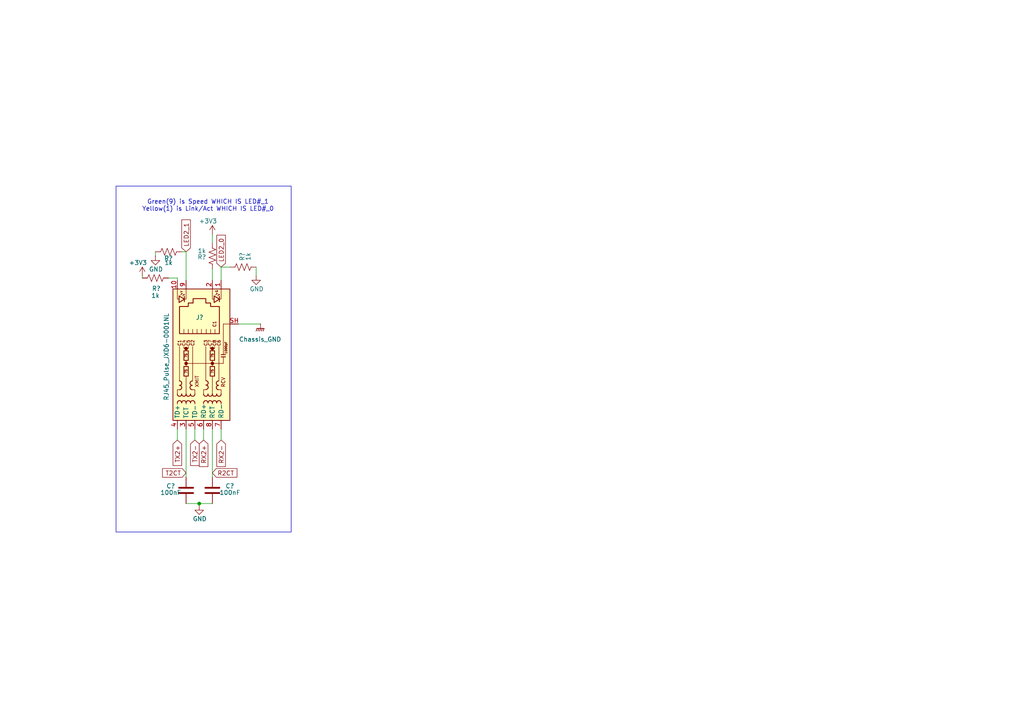
<source format=kicad_sch>
(kicad_sch (version 20250114) (generator "eeschema") (generator_version "9.0")
  (paper "A4")
  (title_block (date "2025-04-01") (rev "1") (company "Bronco Space") (comment 1 "SCALES") (comment 2 "By John Pollak"))
  (lib_symbols
    (symbol "Connector:RJ45_Pulse_JXD6-0001NL"
      (property "Reference" "J" (at 17.78 10.16 0))
      (property "Value" "RJ45_Pulse_JXD6-0001NL" (at -6.35 10.16 0))
      (symbol "RJ45_Pulse_JXD6-0001NL_0_0"
        (circle (center -1.27 5.08) (radius 0.0001) (stroke (width 0.508)))
        (polyline (pts (xy -1.27 5.08) (xy -1.27 -5.715)))
        (circle (center -1.27 -2.54) (radius 0.0001) (stroke (width 0.508)))
        (polyline (pts (xy 0.635 -5.08) (xy 0.635 -6.35)) (stroke (width 0.254)))
        (polyline (pts (xy 1.27 -5.08) (xy 1.27 -6.35)) (stroke (width 0.254)))
        (polyline (pts (xy 3.048 5.08) (xy 2.54 5.08)))
        (circle (center 3.048 5.08) (radius 0.0001) (stroke (width 0.508)))
        (polyline (pts (xy 3.048 -2.54) (xy 2.54 -2.54)))
        (circle (center 3.048 -2.54) (radius 0.0001) (stroke (width 0.508)))
        (polyline (pts (xy 3.683 5.715) (xy 3.048 5.715) (xy 3.048 4.445) (xy 3.683 4.445)))
        (polyline (pts (xy 3.683 -1.905) (xy 3.048 -1.905) (xy 3.048 -3.175) (xy 3.683 -3.175)))
        (polyline (pts (xy 17.399 7.112) (xy 17.399 7.62) (xy 20.32 7.62)))
        (polyline (pts (xy 17.399 -3.048) (xy 17.399 -2.54) (xy 20.32 -2.54)))
        (polyline (pts (xy 20.32 5.08) (xy 17.399 5.08) (xy 17.399 5.588)))
        (polyline (pts (xy 20.32 -5.08) (xy 17.399 -5.08) (xy 17.399 -4.572)))
        (text "XMIT" (at -8.255 1.905 0) (effects (font (size 1.016 1.016)) (justify left)))
        (text "RCV" (at -8.255 -5.715 0) (effects (font (size 1.016 1.016)) (justify left)))
        (text "C1" (at 4.699 6.985 0) (effects (font (size 0.889 0.889))))
        (text "C4" (at 4.699 5.715 0) (effects (font (size 0.889 0.889))))
        (text "C5" (at 4.699 4.445 0) (effects (font (size 0.889 0.889))))
        (text "C2" (at 4.699 3.175 0) (effects (font (size 0.889 0.889))))
        (text "C3" (at 4.699 -0.635 0) (effects (font (size 0.889 0.889))))
        (text "C7" (at 4.699 -1.905 0) (effects (font (size 0.889 0.889))))
        (text "C8" (at 4.699 -3.175 0) (effects (font (size 0.889 0.889))))
        (text "C6" (at 4.699 -4.445 0) (effects (font (size 0.889 0.889))))
        (text "C1" (at 10.16 -3.175 0) (effects (font (size 0.889 0.889))))
      )
      (symbol "RJ45_Pulse_JXD6-0001NL_0_1"
        (rectangle (start -17.78 8.89) (end 20.32 -7.62) (stroke (width 0.254)) (fill (type background)))
        (polyline (pts (xy -12.7 7.62) (xy -13.081 7.62)))
        (polyline (pts (xy -12.7 5.08) (xy -13.081 5.08)))
        (polyline (pts (xy -12.7 2.54) (xy -13.081 2.54)))
        (polyline (pts (xy -12.7 0) (xy -13.081 0)))
        (polyline (pts (xy -12.7 -2.54) (xy -13.081 -2.54)))
        (polyline (pts (xy -12.7 -5.08) (xy -13.081 -5.08)))
        (polyline (pts (xy -10.16 7.62) (xy -8.89 7.62) (xy -8.89 6.985)))
        (polyline (pts (xy -10.16 0) (xy -8.89 0) (xy -8.89 -0.635)))
        (polyline (pts (xy -8.89 3.175) (xy -8.89 2.54) (xy -10.16 2.54)))
        (polyline (pts (xy -8.89 -4.445) (xy -8.89 -5.08) (xy -10.16 -5.08)))
        (polyline (pts (xy -6.35 6.985) (xy 3.683 6.985)))
        (polyline (pts (xy -6.35 3.175) (xy 3.683 3.175)))
        (polyline (pts (xy -6.35 -4.445) (xy 3.683 -4.445)))
        (polyline (pts (xy -6.223 -0.635) (xy 3.683 -0.635)))
        (polyline (pts (xy -5.08 -2.54) (xy -10.16 -2.54)))
        (polyline (pts (xy -4.953 5.08) (xy -10.16 5.08)))
        (polyline (pts (xy -2.159 5.08) (xy -0.381 5.08)))
        (polyline (pts (xy -2.159 -2.54) (xy -0.381 -2.54)))
        (polyline (pts (xy 0.635 -5.715) (xy -1.27 -5.715)))
        (polyline (pts (xy 7.366 3.175) (xy 8.636 3.175)))
        (polyline (pts (xy 7.366 1.905) (xy 8.636 1.905)))
        (polyline (pts (xy 7.366 0.635) (xy 8.636 0.635)))
        (polyline (pts (xy 7.366 -0.762) (xy 8.636 -0.762)))
        (polyline (pts (xy 7.366 -2.032) (xy 8.636 -2.032)))
        (polyline (pts (xy 8.636 5.715) (xy 7.366 5.715)))
        (polyline (pts (xy 8.636 4.445) (xy 7.366 4.445)))
        (polyline (pts (xy 8.636 -3.302) (xy 7.366 -3.302)))
        (polyline (pts (xy 10.16 -5.715) (xy 1.27 -5.715)))
        (polyline (pts (xy 10.16 -5.715) (xy 10.16 -7.62)))
      )
      (symbol "RJ45_Pulse_JXD6-0001NL_1_0"
        (text "1000pF" (at 3.302 -6.477 0) (effects (font (size 0.635 0.635))))
      )
      (symbol "RJ45_Pulse_JXD6-0001NL_1_1"
        (arc (start -12.7 0) (mid -12.0677 -0.635) (end -12.7 -1.27) (stroke (width 0.254)))
        (arc (start -12.6973 7.62) (mid -12.065 6.985) (end -12.6973 6.35) (stroke (width 0.254)))
        (arc (start -12.6973 -1.27) (mid -12.065 -1.905) (end -12.6973 -2.54) (stroke (width 0.254)))
        (arc (start -12.6973 -2.54) (mid -12.065 -3.175) (end -12.6973 -3.81) (stroke (width 0.254)))
        (arc (start -12.6973 -3.81) (mid -12.065 -4.445) (end -12.6973 -5.08) (stroke (width 0.254)))
        (arc (start -12.6946 6.35) (mid -12.0623 5.715) (end -12.6946 5.08) (stroke (width 0.254)))
        (arc (start -12.6946 5.08) (mid -12.0623 4.445) (end -12.6946 3.81) (stroke (width 0.254)))
        (arc (start -12.6946 3.81) (mid -12.0623 3.175) (end -12.6946 2.54) (stroke (width 0.254)))
        (arc (start -10.1654 6.35) (mid -10.7977 6.985) (end -10.1654 7.62) (stroke (width 0.254)))
        (arc (start -10.1654 5.08) (mid -10.7977 5.715) (end -10.1654 6.35) (stroke (width 0.254)))
        (arc (start -10.1654 3.81) (mid -10.7977 4.445) (end -10.1654 5.08) (stroke (width 0.254)))
        (arc (start -10.1654 -1.27) (mid -10.7977 -0.635) (end -10.1654 0) (stroke (width 0.254)))
        (arc (start -10.1654 -2.54) (mid -10.7977 -1.905) (end -10.1654 -1.27) (stroke (width 0.254)))
        (arc (start -10.1654 -3.81) (mid -10.7977 -3.175) (end -10.1654 -2.54) (stroke (width 0.254)))
        (arc (start -10.1627 2.54) (mid -10.795 3.175) (end -10.1627 3.81) (stroke (width 0.254)))
        (arc (start -10.1627 -5.08) (mid -10.795 -4.445) (end -10.1627 -3.81) (stroke (width 0.254)))
        (arc (start -7.62 6.9823) (mid -8.255 6.35) (end -8.89 6.9823) (stroke (width 0.254)))
        (arc (start -8.89 3.3047) (mid -8.255 3.937) (end -7.62 3.3047) (stroke (width 0.254)))
        (arc (start -8.89 -4.3153) (mid -8.255 -3.683) (end -7.62 -4.3153) (stroke (width 0.254)))
        (arc (start -7.5565 -0.7012) (mid -8.1915 -1.3335) (end -8.8265 -0.7012) (stroke (width 0.254)))
        (arc (start -6.35 6.985) (mid -6.985 6.3527) (end -7.62 6.985) (stroke (width 0.254)))
        (arc (start -7.62 3.3074) (mid -6.985 3.9397) (end -6.35 3.3074) (stroke (width 0.254)))
        (arc (start -7.62 -4.3126) (mid -6.985 -3.6803) (end -6.35 -4.3126) (stroke (width 0.254)))
        (arc (start -6.2865 -0.6985) (mid -6.9215 -1.3308) (end -7.5565 -0.6985) (stroke (width 0.254)))
        (rectangle (start -4.953 5.715) (end -2.159 4.445) (stroke (width 0.254)))
        (rectangle (start -4.953 -1.905) (end -2.159 -3.175) (stroke (width 0.254)))
        (rectangle (start -0.381 5.715) (end 2.413 4.445) (stroke (width 0.254)))
        (rectangle (start -0.381 -1.905) (end 2.413 -3.175) (stroke (width 0.254)))
        (polyline (pts (xy 7.366 -4.572) (xy 7.366 6.985) (xy 15.24 6.985) (xy 15.24 4.445) (xy 16.256 4.445) (xy 16.256 3.048) (xy 17.526 3.048) (xy 17.526 -0.635) (xy 16.256 -0.635) (xy 16.256 -2.032) (xy 15.24 -2.032) (xy 15.24 -4.572) (xy 7.366 -4.572)) (stroke (width 0.254)))
        (polyline (pts (xy 18.161 5.588) (xy 16.637 5.588)) (stroke (width 0.254)))
        (polyline (pts (xy 18.161 -4.572) (xy 16.637 -4.572)) (stroke (width 0.254)))
        (polyline (pts (xy 18.288 7.112) (xy 16.383 7.112) (xy 17.399 5.588) (xy 18.288 7.112)) (stroke (width 0.254)))
        (polyline (pts (xy 18.288 6.096) (xy 18.796 5.588) (xy 18.542 5.588)))
        (polyline (pts (xy 18.288 -3.048) (xy 16.383 -3.048) (xy 17.399 -4.572) (xy 18.288 -3.048)) (stroke (width 0.254)))
        (polyline (pts (xy 18.288 -4.064) (xy 18.796 -4.572) (xy 18.542 -4.572)))
        (polyline (pts (xy 18.542 6.731) (xy 19.05 6.223) (xy 18.796 6.223)))
        (polyline (pts (xy 18.542 -3.429) (xy 19.05 -3.937) (xy 18.796 -3.937)))
        (polyline (pts (xy 18.796 5.588) (xy 18.796 5.842)))
        (polyline (pts (xy 18.796 -4.572) (xy 18.796 -4.318)))
        (polyline (pts (xy 19.05 6.223) (xy 19.05 6.477)))
        (polyline (pts (xy 19.05 -3.937) (xy 19.05 -3.683)))
        (text "75" (at -3.556 5.08 0) (effects (font (size 0.635 0.635))))
        (text "75" (at -3.556 -2.54 0) (effects (font (size 0.635 0.635))))
        (text "75" (at 1.016 5.08 0) (effects (font (size 0.635 0.635))))
        (text "75" (at 1.016 -2.54 0) (effects (font (size 0.635 0.635))))
        (text "Y" (at 19.558 6.35 0) (effects (font (size 0.635 0.635))))
        (text "G" (at 19.685 -3.81 0) (effects (font (size 0.635 0.635))))
        (pin passive line (at -20.32 7.62 0) (length 2.54) (name "TD+") (number "4"))
        (pin passive line (at -20.32 5.08 0) (length 2.54) (name "TCT") (number "3"))
        (pin passive line (at -20.32 2.54 0) (length 2.54) (name "TD-") (number "5"))
        (pin passive line (at -20.32 0 0) (length 2.54) (name "RD+") (number "6"))
        (pin passive line (at -20.32 -2.54 0) (length 2.54) (name "RCT") (number "8"))
        (pin passive line (at -20.32 -5.08 0) (length 2.54) (name "RD-") (number "7"))
        (pin power_in line (at 10.16 -10.16 90) (length 2.54) (name "") (number "SH"))
        (pin passive line (at 22.86 7.62 180) (length 2.54) (name "") (number "10"))
        (pin passive line (at 22.86 5.08 180) (length 2.54) (name "") (number "9"))
        (pin passive line (at 22.86 -2.54 180) (length 2.54) (name "") (number "2"))
        (pin passive line (at 22.86 -5.08 180) (length 2.54) (name "") (number "1"))
      )
    )
    (symbol "Device:C" (pin_numbers (hide yes)) (pin_names (offset 0.254))
      (property "Reference" "C" (at 0.635 2.54 0))
      (property "Value" "C" (at 0.635 -2.54 0))
      (symbol "C_0_1"
        (polyline (pts (xy -2.032 0.762) (xy 2.032 0.762)) (stroke (width 0.508)))
        (polyline (pts (xy -2.032 -0.762) (xy 2.032 -0.762)) (stroke (width 0.508)))
      )
      (symbol "C_1_1"
        (pin passive line (at 0 3.81 270) (length 2.794) (name "~") (number "1"))
        (pin passive line (at 0 -3.81 90) (length 2.794) (name "~") (number "2"))
      )
    )
    (symbol "Device:R_US" (pin_numbers (hide yes)) (pin_names (offset 0))
      (property "Reference" "R" (at 2.54 0 90))
      (property "Value" "R_US" (at -2.54 0 90))
      (symbol "R_US_0_1"
        (polyline (pts (xy 0 2.286) (xy 0 2.54)))
        (polyline (pts (xy 0 2.286) (xy 1.016 1.905) (xy 0 1.524) (xy -1.016 1.143) (xy 0 0.762)))
        (polyline (pts (xy 0 0.762) (xy 1.016 0.381) (xy 0 0) (xy -1.016 -0.381) (xy 0 -0.762)))
        (polyline (pts (xy 0 -0.762) (xy 1.016 -1.143) (xy 0 -1.524) (xy -1.016 -1.905) (xy 0 -2.286)))
        (polyline (pts (xy 0 -2.286) (xy 0 -2.54)))
      )
      (symbol "R_US_1_1"
        (pin passive line (at 0 3.81 270) (length 1.27) (name "~") (number "1"))
        (pin passive line (at 0 -3.81 90) (length 1.27) (name "~") (number "2"))
      )
    )
    (symbol "power:+3V3" (power) (pin_numbers (hide yes)) (pin_names (offset 0) (hide yes))
      (property "Value" "+3V3" (at 0 3.556 0))
      (symbol "+3V3_0_1"
        (polyline (pts (xy -0.762 1.27) (xy 0 2.54)))
        (polyline (pts (xy 0 2.54) (xy 0.762 1.27)))
        (polyline (pts (xy 0 0) (xy 0 2.54)))
      )
      (symbol "+3V3_1_1"
        (pin power_in line (at 0 0 90) (length 0) (name "~") (number "1"))
      )
    )
    (symbol "power:GND" (power) (pin_numbers (hide yes)) (pin_names (offset 0) (hide yes))
      (property "Value" "GND" (at 0 -3.81 0))
      (symbol "GND_0_1"
        (polyline (pts (xy 0 0) (xy 0 -1.27) (xy 1.27 -1.27) (xy 0 -2.54) (xy -1.27 -1.27) (xy 0 -1.27)))
      )
      (symbol "GND_1_1"
        (pin power_in line (at 0 0 270) (length 0) (name "~") (number "1"))
      )
    )
    (symbol "power:GNDPWR" (power) (pin_numbers (hide yes)) (pin_names (offset 0) (hide yes))
      (property "Value" "GNDPWR" (at 0 -3.302 0))
      (symbol "GNDPWR_0_1"
        (polyline (pts (xy -1.016 -1.27) (xy -1.27 -2.032) (xy -1.27 -2.032)) (stroke (width 0.2032)))
        (polyline (pts (xy -0.508 -1.27) (xy -0.762 -2.032) (xy -0.762 -2.032)) (stroke (width 0.2032)))
        (polyline (pts (xy 0 -1.27) (xy 0 0)))
        (polyline (pts (xy 0 -1.27) (xy -0.254 -2.032) (xy -0.254 -2.032)) (stroke (width 0.2032)))
        (polyline (pts (xy 0.508 -1.27) (xy 0.254 -2.032) (xy 0.254 -2.032)) (stroke (width 0.2032)))
        (polyline (pts (xy 1.016 -1.27) (xy -1.016 -1.27) (xy -1.016 -1.27)) (stroke (width 0.2032)))
        (polyline (pts (xy 1.016 -1.27) (xy 0.762 -2.032) (xy 0.762 -2.032) (xy 0.762 -2.032)) (stroke (width 0.2032)))
      )
      (symbol "GNDPWR_1_1"
        (pin power_in line (at 0 0 270) (length 0) (name "~") (number "1"))
      )
    )
  )
  (rectangle (start 33.655 53.975) (end 84.455 154.305))
  (text "Green(9) is Speed WHICH IS LED#_1\nYellow(1) is Link/Act WHICH IS LED#_0\n" (at 60.325 59.69 0) (effects (font (size 1.27 1.27))))
  (junction (at 57.785 146.05))
  (wire (pts (xy 56.515 127.635) (xy 56.515 124.46)))
  (wire (pts (xy 41.275 80.01) (xy 41.275 80.645)))
  (wire (pts (xy 45.085 73.025) (xy 45.085 74.295)))
  (wire (pts (xy 61.595 124.46) (xy 61.595 138.43)))
  (wire (pts (xy 64.135 77.47) (xy 66.675 77.47)))
  (wire (pts (xy 53.975 146.05) (xy 57.785 146.05)))
  (wire (pts (xy 51.435 80.645) (xy 51.435 81.28)))
  (wire (pts (xy 51.435 127.635) (xy 51.435 124.46)))
  (wire (pts (xy 74.295 77.47) (xy 74.295 80.01)))
  (wire (pts (xy 53.975 73.025) (xy 53.975 81.28)))
  (wire (pts (xy 59.055 127.635) (xy 59.055 124.46)))
  (wire (pts (xy 52.705 73.025) (xy 53.975 73.025)))
  (wire (pts (xy 48.895 80.645) (xy 51.435 80.645)))
  (wire (pts (xy 69.215 93.98) (xy 75.565 93.98)))
  (wire (pts (xy 61.595 67.945) (xy 61.595 70.485)))
  (wire (pts (xy 57.785 146.05) (xy 61.595 146.05)))
  (wire (pts (xy 64.135 81.28) (xy 64.135 77.47)))
  (wire (pts (xy 57.785 146.05) (xy 57.785 146.685)))
  (wire (pts (xy 64.135 127.635) (xy 64.135 124.46)))
  (wire (pts (xy 61.595 78.105) (xy 61.595 81.28)))
  (wire (pts (xy 53.975 124.46) (xy 53.975 138.43)))
  (global_label "T2CT" (shape input) (at 53.975 137.16 180) (property "Intersheetrefs" "${INTERSHEET_REFS}" (effects (hide yes))))
  (global_label "LED2_0" (shape input) (at 64.135 77.47 90) (property "Intersheetrefs" "${INTERSHEET_REFS}" (effects (hide yes))))
  (global_label "TX2-" (shape input) (at 56.515 127.635 270) (property "Intersheetrefs" "${INTERSHEET_REFS}" (effects (hide yes))) (property "Netclass" "DP_100R_MID" (effects (hide yes))))
  (global_label "LED2_1" (shape input) (at 53.975 73.025 90) (property "Intersheetrefs" "${INTERSHEET_REFS}" (effects (hide yes))))
  (global_label "R2CT" (shape input) (at 61.595 137.16 0) (property "Intersheetrefs" "${INTERSHEET_REFS}" (effects (hide yes))))
  (global_label "TX2+" (shape input) (at 51.435 127.635 270) (property "Intersheetrefs" "${INTERSHEET_REFS}" (effects (hide yes))) (property "Netclass" "DP_100R_MID" (effects (hide yes))))
  (global_label "RX2+" (shape input) (at 59.055 127.635 270) (property "Intersheetrefs" "${INTERSHEET_REFS}" (effects (hide yes))) (property "Netclass" "DP_100R_MID" (effects (hide yes))))
  (global_label "RX2-" (shape input) (at 64.135 127.635 270) (property "Intersheetrefs" "${INTERSHEET_REFS}" (effects (hide yes))) (property "Netclass" "DP_100R_MID" (effects (hide yes))))
  (symbol (lib_id "power:GND") (at 57.785 146.685 0) (unit 1)
    (property "Reference" "#PWR?" (effects (hide yes)))
    (property "Value" "GND" (at 55.88 150.495 0) (effects (justify left)))
    (property "Description" "Power symbol creates a global label with name \"GND\" , ground" (effects (hide yes)))
  )
  (symbol (lib_id "Device:R_US") (at 48.895 73.025 270) (unit 1)
    (property "Reference" "R?" (at 48.895 74.93 90))
    (property "Value" "1k" (at 48.895 76.2 90))
    (property "Footprint" "Resistor_SMD:R_0603_1608Metric" (effects (hide yes)))
    (property "Description" "Resistor, US symbol" (effects (hide yes)))
  )
  (symbol (lib_id "power:GNDPWR") (at 75.565 93.98 0) (unit 1)
    (property "Reference" "#PWR?" (effects (hide yes)))
    (property "Value" "Chassis_GND" (at 75.438 98.425 0))
    (property "Description" "Power symbol creates a global label with name \"GNDPWR\" , global ground" (effects (hide yes)))
  )
  (symbol (lib_id "power:GND") (at 74.295 80.01 0) (unit 1)
    (property "Reference" "#PWR?" (effects (hide yes)))
    (property "Value" "GND" (at 72.39 83.82 0) (effects (justify left)))
    (property "Description" "Power symbol creates a global label with name \"GND\" , ground" (effects (hide yes)))
  )
  (symbol (lib_id "Device:R_US") (at 45.085 80.645 270) (unit 1)
    (property "Reference" "R?" (at 45.339 83.693 90))
    (property "Value" "1k" (at 45.085 85.725 90))
    (property "Footprint" "Resistor_SMD:R_0603_1608Metric" (effects (hide yes)))
    (property "Description" "Resistor, US symbol" (effects (hide yes)))
  )
  (symbol (lib_id "Device:R_US") (at 70.485 77.47 90) (unit 1)
    (property "Reference" "R?" (at 70.231 74.422 0))
    (property "Value" "1k" (at 72.009 74.422 0))
    (property "Footprint" "Resistor_SMD:R_0603_1608Metric" (effects (hide yes)))
    (property "Description" "Resistor, US symbol" (effects (hide yes)))
  )
  (symbol (lib_id "power:GND") (at 45.085 74.295 0) (unit 1)
    (property "Reference" "#PWR?" (effects (hide yes)))
    (property "Value" "GND" (at 43.18 78.105 0) (effects (justify left)))
    (property "Description" "Power symbol creates a global label with name \"GND\" , ground" (effects (hide yes)))
  )
  (symbol (lib_id "Device:C") (at 53.975 142.24 0) (unit 1)
    (property "Reference" "C?" (at 49.53 140.97 0))
    (property "Value" "100nF" (at 49.53 142.875 0))
    (property "Footprint" "Capacitor_SMD:C_0402_1005Metric" (effects (hide yes)))
    (property "Description" "Unpolarized capacitor" (effects (hide yes)))
  )
  (symbol (lib_id "Device:C") (at 61.595 142.24 0) (unit 1)
    (property "Reference" "C?" (at 66.675 140.97 0))
    (property "Value" "100nF" (at 66.675 142.875 0))
    (property "Footprint" "Capacitor_SMD:C_0402_1005Metric" (effects (hide yes)))
    (property "Description" "Unpolarized capacitor" (effects (hide yes)))
  )
  (symbol (lib_id "power:+3V3") (at 61.595 67.945 0) (unit 1)
    (property "Reference" "#PWR?" (effects (hide yes)))
    (property "Value" "+3V3" (at 60.325 64.135 0))
    (property "Description" "Power symbol creates a global label with name \"+3V3\"" (effects (hide yes)))
  )
  (symbol (lib_id "Device:R_US") (at 61.595 74.295 180) (unit 1)
    (property "Reference" "R?" (at 58.547 74.549 0))
    (property "Value" "1k" (at 58.547 72.771 0))
    (property "Footprint" "Resistor_SMD:R_0603_1608Metric" (effects (hide yes)))
    (property "Description" "Resistor, US symbol" (effects (hide yes)))
  )
  (symbol (lib_id "power:+3V3") (at 41.275 80.01 0) (unit 1)
    (property "Reference" "#PWR?" (effects (hide yes)))
    (property "Value" "+3V3" (at 40.005 76.2 0))
    (property "Description" "Power symbol creates a global label with name \"+3V3\"" (effects (hide yes)))
  )
  (symbol (lib_id "Connector:RJ45_Pulse_JXD6-0001NL") (at 59.055 104.14 90) (unit 1)
    (property "Reference" "J?" (at 59.055 92.075 90) (effects (justify left)))
    (property "Value" "RJ45_Pulse_JXD6-0001NL" (at 48.26 116.205 0) (effects (justify left)))
    (property "Footprint" "Connector_RJ:RJ45_Pulse_JXD6-0001NL_Horizontal" (effects (hide yes)))
    (property "Datasheet" "https://productfinder.pulseeng.com/doc_type/WEB301/doc_num/JXD6-0001NL/doc_part/JXD6-0001NL.pdf" (effects (hide yes)))
    (property "Description" "LAN Transformer Jack, RJ45, 10/100 BaseT" (effects (hide yes)))
    (property "LCSC link" "https://lcsc.com/product-detail/Ethernet-Connectors-Modular-Connectors-RJ45-RJ11_Pulse-Elec-JXD6-0001NL_C5359047.html?s_z=n_C5359047" (effects (hide yes)))
  )
)
</source>
